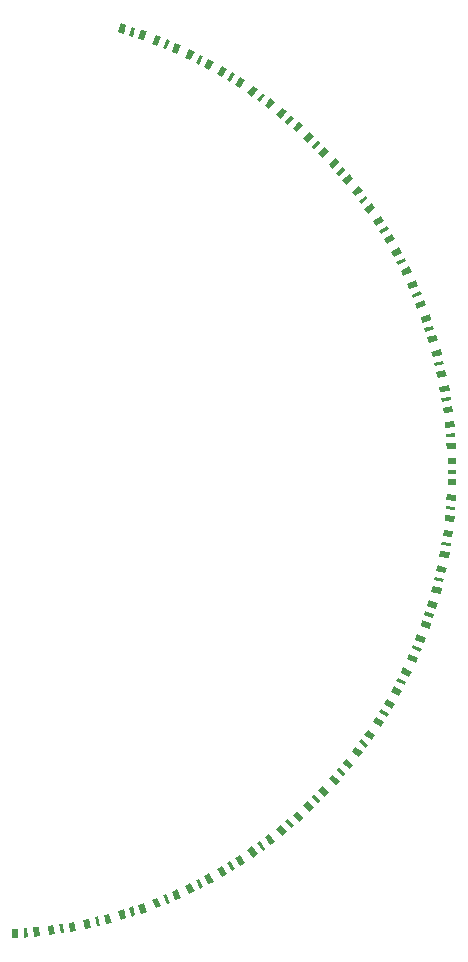
<source format=gbr>
G04 #@! TF.GenerationSoftware,KiCad,Pcbnew,(5.1.5)-3*
G04 #@! TF.CreationDate,2020-12-16T00:15:17-05:00*
G04 #@! TF.ProjectId,pixel,70697865-6c2e-46b6-9963-61645f706362,0.1a*
G04 #@! TF.SameCoordinates,Original*
G04 #@! TF.FileFunction,Soldermask,Bot*
G04 #@! TF.FilePolarity,Negative*
%FSLAX46Y46*%
G04 Gerber Fmt 4.6, Leading zero omitted, Abs format (unit mm)*
G04 Created by KiCad (PCBNEW (5.1.5)-3) date 2020-12-16 00:15:17*
%MOMM*%
%LPD*%
G04 APERTURE LIST*
%ADD10C,0.100000*%
%ADD11R,0.800000X0.500000*%
%ADD12R,0.800000X0.300000*%
G04 APERTURE END LIST*
D10*
G36*
X130858693Y-107438091D02*
G01*
X130383165Y-107283582D01*
X130630379Y-106522737D01*
X131105907Y-106677246D01*
X130858693Y-107438091D01*
G37*
G36*
X132570595Y-107994322D02*
G01*
X132095067Y-107839813D01*
X132342281Y-107078968D01*
X132817809Y-107233477D01*
X132570595Y-107994322D01*
G37*
G36*
X131619539Y-107685304D02*
G01*
X131334222Y-107592599D01*
X131581435Y-106831754D01*
X131866752Y-106924459D01*
X131619539Y-107685304D01*
G37*
G36*
X133731524Y-108443533D02*
G01*
X133269584Y-108252191D01*
X133575730Y-107513087D01*
X134037670Y-107704429D01*
X133731524Y-108443533D01*
G37*
G36*
X135394507Y-109132363D02*
G01*
X134932567Y-108941021D01*
X135238713Y-108201917D01*
X135700653Y-108393259D01*
X135394507Y-109132363D01*
G37*
G36*
X134470627Y-108749679D02*
G01*
X134193463Y-108634874D01*
X134499609Y-107895771D01*
X134776773Y-108010576D01*
X134470627Y-108749679D01*
G37*
G36*
X126205084Y-182679142D02*
G01*
X126698928Y-182600925D01*
X126824076Y-183391076D01*
X126330232Y-183469293D01*
X126205084Y-182679142D01*
G37*
G36*
X124427245Y-182960724D02*
G01*
X124921089Y-182882507D01*
X125046237Y-183672658D01*
X124552393Y-183750875D01*
X124427245Y-182960724D01*
G37*
G36*
X125414933Y-182804290D02*
G01*
X125711239Y-182757359D01*
X125836387Y-183547510D01*
X125540081Y-183594441D01*
X125414933Y-182804290D01*
G37*
G36*
X132095067Y-181160187D02*
G01*
X132570595Y-181005678D01*
X132817809Y-181766523D01*
X132342281Y-181921032D01*
X132095067Y-181160187D01*
G37*
G36*
X130383165Y-181716418D02*
G01*
X130858693Y-181561909D01*
X131105907Y-182322754D01*
X130630379Y-182477263D01*
X130383165Y-181716418D01*
G37*
G36*
X131334222Y-181407401D02*
G01*
X131619539Y-181314696D01*
X131866752Y-182075541D01*
X131581435Y-182168246D01*
X131334222Y-181407401D01*
G37*
G36*
X137674918Y-178738537D02*
G01*
X138120421Y-178511542D01*
X138483614Y-179224347D01*
X138038111Y-179451342D01*
X137674918Y-178738537D01*
G37*
G36*
X136071106Y-179555720D02*
G01*
X136516609Y-179328725D01*
X136879802Y-180041530D01*
X136434299Y-180268525D01*
X136071106Y-179555720D01*
G37*
G36*
X136962113Y-179101730D02*
G01*
X137229415Y-178965533D01*
X137592607Y-179678338D01*
X137325305Y-179814535D01*
X136962113Y-179101730D01*
G37*
G36*
X142807242Y-175473820D02*
G01*
X143211750Y-175179927D01*
X143681978Y-175827140D01*
X143277470Y-176121033D01*
X142807242Y-175473820D01*
G37*
G36*
X141351011Y-176531834D02*
G01*
X141755519Y-176237941D01*
X142225747Y-176885154D01*
X141821239Y-177179047D01*
X141351011Y-176531834D01*
G37*
G36*
X142160027Y-175944048D02*
G01*
X142402732Y-175767712D01*
X142872961Y-176414926D01*
X142630256Y-176591262D01*
X142160027Y-175944048D01*
G37*
G36*
X147365665Y-171446425D02*
G01*
X147719218Y-171092872D01*
X148284903Y-171658557D01*
X147931350Y-172012110D01*
X147365665Y-171446425D01*
G37*
G36*
X146092872Y-172719218D02*
G01*
X146446425Y-172365665D01*
X147012110Y-172931350D01*
X146658557Y-173284903D01*
X146092872Y-172719218D01*
G37*
G36*
X146799978Y-172012110D02*
G01*
X147012110Y-171799978D01*
X147577796Y-172365664D01*
X147365664Y-172577796D01*
X146799978Y-172012110D01*
G37*
G36*
X151237941Y-166755519D02*
G01*
X151531834Y-166351011D01*
X152179047Y-166821239D01*
X151885154Y-167225747D01*
X151237941Y-166755519D01*
G37*
G36*
X150179927Y-168211750D02*
G01*
X150473820Y-167807242D01*
X151121033Y-168277470D01*
X150827140Y-168681978D01*
X150179927Y-168211750D01*
G37*
G36*
X150767712Y-167402732D02*
G01*
X150944048Y-167160027D01*
X151591262Y-167630256D01*
X151414926Y-167872961D01*
X150767712Y-167402732D01*
G37*
G36*
X154328725Y-161516609D02*
G01*
X154555720Y-161071106D01*
X155268525Y-161434299D01*
X155041530Y-161879802D01*
X154328725Y-161516609D01*
G37*
G36*
X153511542Y-163120421D02*
G01*
X153738537Y-162674918D01*
X154451342Y-163038111D01*
X154224347Y-163483614D01*
X153511542Y-163120421D01*
G37*
G36*
X153965533Y-162229415D02*
G01*
X154101730Y-161962113D01*
X154814535Y-162325305D01*
X154678338Y-162592607D01*
X153965533Y-162229415D01*
G37*
G36*
X156561909Y-155858693D02*
G01*
X156716418Y-155383165D01*
X157477263Y-155630379D01*
X157322754Y-156105907D01*
X156561909Y-155858693D01*
G37*
G36*
X156005678Y-157570595D02*
G01*
X156160187Y-157095067D01*
X156921032Y-157342281D01*
X156766523Y-157817809D01*
X156005678Y-157570595D01*
G37*
G36*
X156314696Y-156619539D02*
G01*
X156407401Y-156334222D01*
X157168246Y-156581435D01*
X157075541Y-156866752D01*
X156314696Y-156619539D01*
G37*
G36*
X157882507Y-149921089D02*
G01*
X157960724Y-149427245D01*
X158750875Y-149552393D01*
X158672658Y-150046237D01*
X157882507Y-149921089D01*
G37*
G36*
X157600925Y-151698928D02*
G01*
X157679142Y-151205084D01*
X158469293Y-151330232D01*
X158391076Y-151824076D01*
X157600925Y-151698928D01*
G37*
G36*
X157757359Y-150711239D02*
G01*
X157804290Y-150414933D01*
X158594441Y-150540081D01*
X158547510Y-150836387D01*
X157757359Y-150711239D01*
G37*
G36*
X136516609Y-109671275D02*
G01*
X136071106Y-109444280D01*
X136434299Y-108731475D01*
X136879802Y-108958470D01*
X136516609Y-109671275D01*
G37*
G36*
X138120421Y-110488458D02*
G01*
X137674918Y-110261463D01*
X138038111Y-109548658D01*
X138483614Y-109775653D01*
X138120421Y-110488458D01*
G37*
G36*
X137229415Y-110034467D02*
G01*
X136962113Y-109898270D01*
X137325305Y-109185465D01*
X137592607Y-109321662D01*
X137229415Y-110034467D01*
G37*
G36*
X141755519Y-112762059D02*
G01*
X141351011Y-112468166D01*
X141821239Y-111820953D01*
X142225747Y-112114846D01*
X141755519Y-112762059D01*
G37*
G36*
X143211750Y-113820073D02*
G01*
X142807242Y-113526180D01*
X143277470Y-112878967D01*
X143681978Y-113172860D01*
X143211750Y-113820073D01*
G37*
G36*
X142402732Y-113232288D02*
G01*
X142160027Y-113055952D01*
X142630256Y-112408738D01*
X142872961Y-112585074D01*
X142402732Y-113232288D01*
G37*
G36*
X146446425Y-116634335D02*
G01*
X146092872Y-116280782D01*
X146658557Y-115715097D01*
X147012110Y-116068650D01*
X146446425Y-116634335D01*
G37*
G36*
X147719218Y-117907128D02*
G01*
X147365665Y-117553575D01*
X147931350Y-116987890D01*
X148284903Y-117341443D01*
X147719218Y-117907128D01*
G37*
G36*
X147012110Y-117200022D02*
G01*
X146799978Y-116987890D01*
X147365664Y-116422204D01*
X147577796Y-116634336D01*
X147012110Y-117200022D01*
G37*
G36*
X150473820Y-121192758D02*
G01*
X150179927Y-120788250D01*
X150827140Y-120318022D01*
X151121033Y-120722530D01*
X150473820Y-121192758D01*
G37*
G36*
X151531834Y-122648989D02*
G01*
X151237941Y-122244481D01*
X151885154Y-121774253D01*
X152179047Y-122178761D01*
X151531834Y-122648989D01*
G37*
G36*
X150944048Y-121839973D02*
G01*
X150767712Y-121597268D01*
X151414926Y-121127039D01*
X151591262Y-121369744D01*
X150944048Y-121839973D01*
G37*
G36*
X153738537Y-126325082D02*
G01*
X153511542Y-125879579D01*
X154224347Y-125516386D01*
X154451342Y-125961889D01*
X153738537Y-126325082D01*
G37*
G36*
X154555720Y-127928894D02*
G01*
X154328725Y-127483391D01*
X155041530Y-127120198D01*
X155268525Y-127565701D01*
X154555720Y-127928894D01*
G37*
G36*
X154101730Y-127037887D02*
G01*
X153965533Y-126770585D01*
X154678338Y-126407393D01*
X154814535Y-126674695D01*
X154101730Y-127037887D01*
G37*
G36*
X156160187Y-131904933D02*
G01*
X156005678Y-131429405D01*
X156766523Y-131182191D01*
X156921032Y-131657719D01*
X156160187Y-131904933D01*
G37*
G36*
X156716418Y-133616835D02*
G01*
X156561909Y-133141307D01*
X157322754Y-132894093D01*
X157477263Y-133369621D01*
X156716418Y-133616835D01*
G37*
G36*
X156407401Y-132665778D02*
G01*
X156314696Y-132380461D01*
X157075541Y-132133248D01*
X157168246Y-132418565D01*
X156407401Y-132665778D01*
G37*
G36*
X157679142Y-137794916D02*
G01*
X157600925Y-137301072D01*
X158391076Y-137175924D01*
X158469293Y-137669768D01*
X157679142Y-137794916D01*
G37*
G36*
X157960724Y-139572755D02*
G01*
X157882507Y-139078911D01*
X158672658Y-138953763D01*
X158750875Y-139447607D01*
X157960724Y-139572755D01*
G37*
G36*
X157804290Y-138585067D02*
G01*
X157757359Y-138288761D01*
X158547510Y-138163613D01*
X158594441Y-138459919D01*
X157804290Y-138585067D01*
G37*
D11*
X158658000Y-143600000D03*
X158658000Y-145400000D03*
D12*
X158658000Y-144500000D03*
D10*
G36*
X139196783Y-111113749D02*
G01*
X138770463Y-110852499D01*
X139188461Y-110170387D01*
X139614781Y-110431637D01*
X139196783Y-111113749D01*
G37*
G36*
X140731536Y-112054247D02*
G01*
X140305216Y-111792997D01*
X140723214Y-111110885D01*
X141149534Y-111372135D01*
X140731536Y-112054247D01*
G37*
G36*
X139878895Y-111531748D02*
G01*
X139623103Y-111374998D01*
X140041101Y-110692886D01*
X140296893Y-110849636D01*
X139878895Y-111531748D01*
G37*
G36*
X144177043Y-114606044D02*
G01*
X143796840Y-114281320D01*
X144316399Y-113672996D01*
X144696602Y-113997720D01*
X144177043Y-114606044D01*
G37*
G36*
X145545774Y-115775050D02*
G01*
X145165571Y-115450326D01*
X145685130Y-114842002D01*
X146065333Y-115166726D01*
X145545774Y-115775050D01*
G37*
G36*
X144785369Y-115125603D02*
G01*
X144557247Y-114930768D01*
X145076805Y-114322443D01*
X145304927Y-114517278D01*
X144785369Y-115125603D01*
G37*
G36*
X148549674Y-118834429D02*
G01*
X148224950Y-118454226D01*
X148833274Y-117934667D01*
X149157998Y-118314870D01*
X148549674Y-118834429D01*
G37*
G36*
X149718680Y-120203160D02*
G01*
X149393956Y-119822957D01*
X150002280Y-119303398D01*
X150327004Y-119683601D01*
X149718680Y-120203160D01*
G37*
G36*
X149069232Y-119442753D02*
G01*
X148874397Y-119214631D01*
X149482722Y-118695073D01*
X149677557Y-118923195D01*
X149069232Y-119442753D01*
G37*
G36*
X152207003Y-123694784D02*
G01*
X151945753Y-123268464D01*
X152627865Y-122850466D01*
X152889115Y-123276786D01*
X152207003Y-123694784D01*
G37*
G36*
X153147501Y-125229537D02*
G01*
X152886251Y-124803217D01*
X153568363Y-124385219D01*
X153829613Y-124811539D01*
X153147501Y-125229537D01*
G37*
G36*
X152625002Y-124376897D02*
G01*
X152468252Y-124121105D01*
X153150364Y-123703107D01*
X153307114Y-123958899D01*
X152625002Y-124376897D01*
G37*
G36*
X155058979Y-129067433D02*
G01*
X154867637Y-128605493D01*
X155606741Y-128299347D01*
X155798083Y-128761287D01*
X155058979Y-129067433D01*
G37*
G36*
X155747809Y-130730416D02*
G01*
X155556467Y-130268476D01*
X156295571Y-129962330D01*
X156486913Y-130424270D01*
X155747809Y-130730416D01*
G37*
G36*
X155365126Y-129806537D02*
G01*
X155250321Y-129529373D01*
X155989424Y-129223227D01*
X156104229Y-129500391D01*
X155365126Y-129806537D01*
G37*
G36*
X157035374Y-134820084D02*
G01*
X156918652Y-134333899D01*
X157696548Y-134147142D01*
X157813270Y-134633327D01*
X157035374Y-134820084D01*
G37*
G36*
X157455575Y-136570350D02*
G01*
X157338853Y-136084165D01*
X158116749Y-135897408D01*
X158233471Y-136383593D01*
X157455575Y-136570350D01*
G37*
G36*
X157222130Y-135597980D02*
G01*
X157152096Y-135306269D01*
X157929992Y-135119512D01*
X158000026Y-135411223D01*
X157222130Y-135597980D01*
G37*
G36*
X158087524Y-140811086D02*
G01*
X158048294Y-140312627D01*
X158845828Y-140249860D01*
X158885058Y-140748319D01*
X158087524Y-140811086D01*
G37*
G36*
X158228750Y-142605538D02*
G01*
X158189520Y-142107079D01*
X158987054Y-142044312D01*
X159026284Y-142542771D01*
X158228750Y-142605538D01*
G37*
G36*
X158150291Y-141608620D02*
G01*
X158126753Y-141309545D01*
X158924287Y-141246778D01*
X158947825Y-141545853D01*
X158150291Y-141608620D01*
G37*
G36*
X158189520Y-146892921D02*
G01*
X158228750Y-146394462D01*
X159026284Y-146457229D01*
X158987054Y-146955688D01*
X158189520Y-146892921D01*
G37*
G36*
X158048294Y-148687373D02*
G01*
X158087524Y-148188914D01*
X158885058Y-148251681D01*
X158845828Y-148750140D01*
X158048294Y-148687373D01*
G37*
G36*
X158126753Y-147690455D02*
G01*
X158150291Y-147391380D01*
X158947825Y-147454147D01*
X158924287Y-147753222D01*
X158126753Y-147690455D01*
G37*
G36*
X157338853Y-152915835D02*
G01*
X157455575Y-152429650D01*
X158233471Y-152616407D01*
X158116749Y-153102592D01*
X157338853Y-152915835D01*
G37*
G36*
X156918652Y-154666101D02*
G01*
X157035374Y-154179916D01*
X157813270Y-154366673D01*
X157696548Y-154852858D01*
X156918652Y-154666101D01*
G37*
G36*
X157152096Y-153693731D02*
G01*
X157222130Y-153402020D01*
X158000026Y-153588777D01*
X157929992Y-153880488D01*
X157152096Y-153693731D01*
G37*
G36*
X155556467Y-158731524D02*
G01*
X155747809Y-158269584D01*
X156486913Y-158575730D01*
X156295571Y-159037670D01*
X155556467Y-158731524D01*
G37*
G36*
X154867637Y-160394507D02*
G01*
X155058979Y-159932567D01*
X155798083Y-160238713D01*
X155606741Y-160700653D01*
X154867637Y-160394507D01*
G37*
G36*
X155250321Y-159470627D02*
G01*
X155365126Y-159193463D01*
X156104229Y-159499609D01*
X155989424Y-159776773D01*
X155250321Y-159470627D01*
G37*
G36*
X152886251Y-164196783D02*
G01*
X153147501Y-163770463D01*
X153829613Y-164188461D01*
X153568363Y-164614781D01*
X152886251Y-164196783D01*
G37*
G36*
X151945753Y-165731536D02*
G01*
X152207003Y-165305216D01*
X152889115Y-165723214D01*
X152627865Y-166149534D01*
X151945753Y-165731536D01*
G37*
G36*
X152468252Y-164878895D02*
G01*
X152625002Y-164623103D01*
X153307114Y-165041101D01*
X153150364Y-165296893D01*
X152468252Y-164878895D01*
G37*
G36*
X149393956Y-169177043D02*
G01*
X149718680Y-168796840D01*
X150327004Y-169316399D01*
X150002280Y-169696602D01*
X149393956Y-169177043D01*
G37*
G36*
X148224950Y-170545774D02*
G01*
X148549674Y-170165571D01*
X149157998Y-170685130D01*
X148833274Y-171065333D01*
X148224950Y-170545774D01*
G37*
G36*
X148874397Y-169785369D02*
G01*
X149069232Y-169557247D01*
X149677557Y-170076805D01*
X149482722Y-170304927D01*
X148874397Y-169785369D01*
G37*
G36*
X145165571Y-173549674D02*
G01*
X145545774Y-173224950D01*
X146065333Y-173833274D01*
X145685130Y-174157998D01*
X145165571Y-173549674D01*
G37*
G36*
X143796840Y-174718680D02*
G01*
X144177043Y-174393956D01*
X144696602Y-175002280D01*
X144316399Y-175327004D01*
X143796840Y-174718680D01*
G37*
G36*
X144557247Y-174069232D02*
G01*
X144785369Y-173874397D01*
X145304927Y-174482722D01*
X145076805Y-174677557D01*
X144557247Y-174069232D01*
G37*
G36*
X140305216Y-177207003D02*
G01*
X140731536Y-176945753D01*
X141149534Y-177627865D01*
X140723214Y-177889115D01*
X140305216Y-177207003D01*
G37*
G36*
X138770463Y-178147501D02*
G01*
X139196783Y-177886251D01*
X139614781Y-178568363D01*
X139188461Y-178829613D01*
X138770463Y-178147501D01*
G37*
G36*
X139623103Y-177625002D02*
G01*
X139878895Y-177468252D01*
X140296893Y-178150364D01*
X140041101Y-178307114D01*
X139623103Y-177625002D01*
G37*
G36*
X134932567Y-180058979D02*
G01*
X135394507Y-179867637D01*
X135700653Y-180606741D01*
X135238713Y-180798083D01*
X134932567Y-180058979D01*
G37*
G36*
X133269584Y-180747809D02*
G01*
X133731524Y-180556467D01*
X134037670Y-181295571D01*
X133575730Y-181486913D01*
X133269584Y-180747809D01*
G37*
G36*
X134193463Y-180365126D02*
G01*
X134470627Y-180250321D01*
X134776773Y-180989424D01*
X134499609Y-181104229D01*
X134193463Y-180365126D01*
G37*
G36*
X129179916Y-182035374D02*
G01*
X129666101Y-181918652D01*
X129852858Y-182696548D01*
X129366673Y-182813270D01*
X129179916Y-182035374D01*
G37*
G36*
X127429650Y-182455575D02*
G01*
X127915835Y-182338853D01*
X128102592Y-183116749D01*
X127616407Y-183233471D01*
X127429650Y-182455575D01*
G37*
G36*
X128402020Y-182222130D02*
G01*
X128693731Y-182152096D01*
X128880488Y-182929992D01*
X128588777Y-183000026D01*
X128402020Y-182222130D01*
G37*
G36*
X123188914Y-183087524D02*
G01*
X123687373Y-183048294D01*
X123750140Y-183845828D01*
X123251681Y-183885058D01*
X123188914Y-183087524D01*
G37*
G36*
X121394462Y-183228750D02*
G01*
X121892921Y-183189520D01*
X121955688Y-183987054D01*
X121457229Y-184026284D01*
X121394462Y-183228750D01*
G37*
G36*
X122391380Y-183150291D02*
G01*
X122690455Y-183126753D01*
X122753222Y-183924287D01*
X122454147Y-183947825D01*
X122391380Y-183150291D01*
G37*
M02*

</source>
